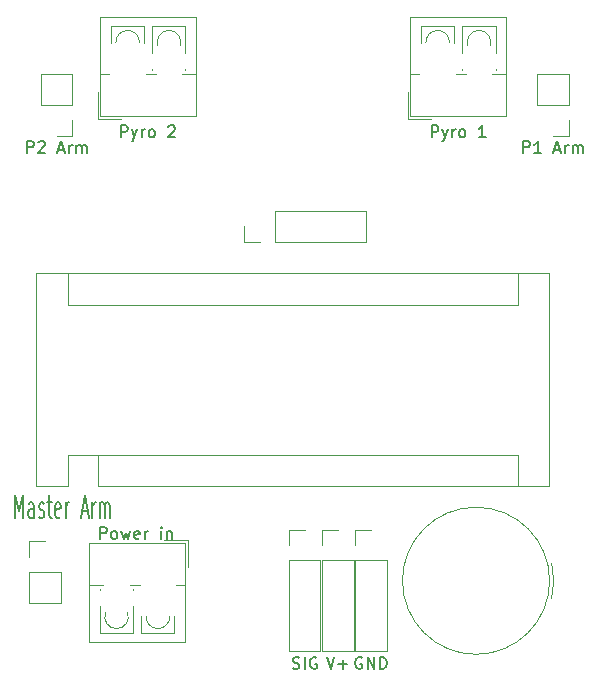
<source format=gbr>
%TF.GenerationSoftware,KiCad,Pcbnew,(6.0.1)*%
%TF.CreationDate,2022-02-19T19:16:45+01:00*%
%TF.ProjectId,NANOFC,4e414e4f-4643-42e6-9b69-6361645f7063,rev?*%
%TF.SameCoordinates,Original*%
%TF.FileFunction,Legend,Top*%
%TF.FilePolarity,Positive*%
%FSLAX46Y46*%
G04 Gerber Fmt 4.6, Leading zero omitted, Abs format (unit mm)*
G04 Created by KiCad (PCBNEW (6.0.1)) date 2022-02-19 19:16:45*
%MOMM*%
%LPD*%
G01*
G04 APERTURE LIST*
%ADD10C,0.150000*%
%ADD11C,0.200000*%
%ADD12C,0.120000*%
G04 APERTURE END LIST*
D10*
%TO.C,Pyro 2*%
X159438095Y-73452380D02*
X159438095Y-72452380D01*
X159819047Y-72452380D01*
X159914285Y-72500000D01*
X159961904Y-72547619D01*
X160009523Y-72642857D01*
X160009523Y-72785714D01*
X159961904Y-72880952D01*
X159914285Y-72928571D01*
X159819047Y-72976190D01*
X159438095Y-72976190D01*
X160342857Y-72785714D02*
X160580952Y-73452380D01*
X160819047Y-72785714D02*
X160580952Y-73452380D01*
X160485714Y-73690476D01*
X160438095Y-73738095D01*
X160342857Y-73785714D01*
X161200000Y-73452380D02*
X161200000Y-72785714D01*
X161200000Y-72976190D02*
X161247619Y-72880952D01*
X161295238Y-72833333D01*
X161390476Y-72785714D01*
X161485714Y-72785714D01*
X161961904Y-73452380D02*
X161866666Y-73404761D01*
X161819047Y-73357142D01*
X161771428Y-73261904D01*
X161771428Y-72976190D01*
X161819047Y-72880952D01*
X161866666Y-72833333D01*
X161961904Y-72785714D01*
X162104761Y-72785714D01*
X162200000Y-72833333D01*
X162247619Y-72880952D01*
X162295238Y-72976190D01*
X162295238Y-73261904D01*
X162247619Y-73357142D01*
X162200000Y-73404761D01*
X162104761Y-73452380D01*
X161961904Y-73452380D01*
X163438095Y-72547619D02*
X163485714Y-72500000D01*
X163580952Y-72452380D01*
X163819047Y-72452380D01*
X163914285Y-72500000D01*
X163961904Y-72547619D01*
X164009523Y-72642857D01*
X164009523Y-72738095D01*
X163961904Y-72880952D01*
X163390476Y-73452380D01*
X164009523Y-73452380D01*
D11*
%TO.C,Master Arm*%
X150500000Y-105704761D02*
X150500000Y-103704761D01*
X150833333Y-105133333D01*
X151166666Y-103704761D01*
X151166666Y-105704761D01*
X152071428Y-105704761D02*
X152071428Y-104657142D01*
X152023809Y-104466666D01*
X151928571Y-104371428D01*
X151738095Y-104371428D01*
X151642857Y-104466666D01*
X152071428Y-105609523D02*
X151976190Y-105704761D01*
X151738095Y-105704761D01*
X151642857Y-105609523D01*
X151595238Y-105419047D01*
X151595238Y-105228571D01*
X151642857Y-105038095D01*
X151738095Y-104942857D01*
X151976190Y-104942857D01*
X152071428Y-104847619D01*
X152500000Y-105609523D02*
X152595238Y-105704761D01*
X152785714Y-105704761D01*
X152880952Y-105609523D01*
X152928571Y-105419047D01*
X152928571Y-105323809D01*
X152880952Y-105133333D01*
X152785714Y-105038095D01*
X152642857Y-105038095D01*
X152547619Y-104942857D01*
X152500000Y-104752380D01*
X152500000Y-104657142D01*
X152547619Y-104466666D01*
X152642857Y-104371428D01*
X152785714Y-104371428D01*
X152880952Y-104466666D01*
X153214285Y-104371428D02*
X153595238Y-104371428D01*
X153357142Y-103704761D02*
X153357142Y-105419047D01*
X153404761Y-105609523D01*
X153500000Y-105704761D01*
X153595238Y-105704761D01*
X154309523Y-105609523D02*
X154214285Y-105704761D01*
X154023809Y-105704761D01*
X153928571Y-105609523D01*
X153880952Y-105419047D01*
X153880952Y-104657142D01*
X153928571Y-104466666D01*
X154023809Y-104371428D01*
X154214285Y-104371428D01*
X154309523Y-104466666D01*
X154357142Y-104657142D01*
X154357142Y-104847619D01*
X153880952Y-105038095D01*
X154785714Y-105704761D02*
X154785714Y-104371428D01*
X154785714Y-104752380D02*
X154833333Y-104561904D01*
X154880952Y-104466666D01*
X154976190Y-104371428D01*
X155071428Y-104371428D01*
X156119047Y-105133333D02*
X156595238Y-105133333D01*
X156023809Y-105704761D02*
X156357142Y-103704761D01*
X156690476Y-105704761D01*
X157023809Y-105704761D02*
X157023809Y-104371428D01*
X157023809Y-104752380D02*
X157071428Y-104561904D01*
X157119047Y-104466666D01*
X157214285Y-104371428D01*
X157309523Y-104371428D01*
X157642857Y-105704761D02*
X157642857Y-104371428D01*
X157642857Y-104561904D02*
X157690476Y-104466666D01*
X157785714Y-104371428D01*
X157928571Y-104371428D01*
X158023809Y-104466666D01*
X158071428Y-104657142D01*
X158071428Y-105704761D01*
X158071428Y-104657142D02*
X158119047Y-104466666D01*
X158214285Y-104371428D01*
X158357142Y-104371428D01*
X158452380Y-104466666D01*
X158500000Y-104657142D01*
X158500000Y-105704761D01*
D10*
%TO.C,GND*%
X179838095Y-117500000D02*
X179742857Y-117452380D01*
X179600000Y-117452380D01*
X179457142Y-117500000D01*
X179361904Y-117595238D01*
X179314285Y-117690476D01*
X179266666Y-117880952D01*
X179266666Y-118023809D01*
X179314285Y-118214285D01*
X179361904Y-118309523D01*
X179457142Y-118404761D01*
X179600000Y-118452380D01*
X179695238Y-118452380D01*
X179838095Y-118404761D01*
X179885714Y-118357142D01*
X179885714Y-118023809D01*
X179695238Y-118023809D01*
X180314285Y-118452380D02*
X180314285Y-117452380D01*
X180885714Y-118452380D01*
X180885714Y-117452380D01*
X181361904Y-118452380D02*
X181361904Y-117452380D01*
X181600000Y-117452380D01*
X181742857Y-117500000D01*
X181838095Y-117595238D01*
X181885714Y-117690476D01*
X181933333Y-117880952D01*
X181933333Y-118023809D01*
X181885714Y-118214285D01*
X181838095Y-118309523D01*
X181742857Y-118404761D01*
X181600000Y-118452380D01*
X181361904Y-118452380D01*
%TO.C,P1 Arm*%
X193476190Y-74782380D02*
X193476190Y-73782380D01*
X193857142Y-73782380D01*
X193952380Y-73830000D01*
X194000000Y-73877619D01*
X194047619Y-73972857D01*
X194047619Y-74115714D01*
X194000000Y-74210952D01*
X193952380Y-74258571D01*
X193857142Y-74306190D01*
X193476190Y-74306190D01*
X195000000Y-74782380D02*
X194428571Y-74782380D01*
X194714285Y-74782380D02*
X194714285Y-73782380D01*
X194619047Y-73925238D01*
X194523809Y-74020476D01*
X194428571Y-74068095D01*
X196142857Y-74496666D02*
X196619047Y-74496666D01*
X196047619Y-74782380D02*
X196380952Y-73782380D01*
X196714285Y-74782380D01*
X197047619Y-74782380D02*
X197047619Y-74115714D01*
X197047619Y-74306190D02*
X197095238Y-74210952D01*
X197142857Y-74163333D01*
X197238095Y-74115714D01*
X197333333Y-74115714D01*
X197666666Y-74782380D02*
X197666666Y-74115714D01*
X197666666Y-74210952D02*
X197714285Y-74163333D01*
X197809523Y-74115714D01*
X197952380Y-74115714D01*
X198047619Y-74163333D01*
X198095238Y-74258571D01*
X198095238Y-74782380D01*
X198095238Y-74258571D02*
X198142857Y-74163333D01*
X198238095Y-74115714D01*
X198380952Y-74115714D01*
X198476190Y-74163333D01*
X198523809Y-74258571D01*
X198523809Y-74782380D01*
%TO.C,V+*%
X176847619Y-117452380D02*
X177180952Y-118452380D01*
X177514285Y-117452380D01*
X177847619Y-118071428D02*
X178609523Y-118071428D01*
X178228571Y-118452380D02*
X178228571Y-117690476D01*
%TO.C,Pyro 1*%
X185738095Y-73452380D02*
X185738095Y-72452380D01*
X186119047Y-72452380D01*
X186214285Y-72500000D01*
X186261904Y-72547619D01*
X186309523Y-72642857D01*
X186309523Y-72785714D01*
X186261904Y-72880952D01*
X186214285Y-72928571D01*
X186119047Y-72976190D01*
X185738095Y-72976190D01*
X186642857Y-72785714D02*
X186880952Y-73452380D01*
X187119047Y-72785714D02*
X186880952Y-73452380D01*
X186785714Y-73690476D01*
X186738095Y-73738095D01*
X186642857Y-73785714D01*
X187500000Y-73452380D02*
X187500000Y-72785714D01*
X187500000Y-72976190D02*
X187547619Y-72880952D01*
X187595238Y-72833333D01*
X187690476Y-72785714D01*
X187785714Y-72785714D01*
X188261904Y-73452380D02*
X188166666Y-73404761D01*
X188119047Y-73357142D01*
X188071428Y-73261904D01*
X188071428Y-72976190D01*
X188119047Y-72880952D01*
X188166666Y-72833333D01*
X188261904Y-72785714D01*
X188404761Y-72785714D01*
X188500000Y-72833333D01*
X188547619Y-72880952D01*
X188595238Y-72976190D01*
X188595238Y-73261904D01*
X188547619Y-73357142D01*
X188500000Y-73404761D01*
X188404761Y-73452380D01*
X188261904Y-73452380D01*
X190309523Y-73452380D02*
X189738095Y-73452380D01*
X190023809Y-73452380D02*
X190023809Y-72452380D01*
X189928571Y-72595238D01*
X189833333Y-72690476D01*
X189738095Y-72738095D01*
%TO.C,Power in*%
X157652380Y-107452380D02*
X157652380Y-106452380D01*
X158033333Y-106452380D01*
X158128571Y-106500000D01*
X158176190Y-106547619D01*
X158223809Y-106642857D01*
X158223809Y-106785714D01*
X158176190Y-106880952D01*
X158128571Y-106928571D01*
X158033333Y-106976190D01*
X157652380Y-106976190D01*
X158795238Y-107452380D02*
X158700000Y-107404761D01*
X158652380Y-107357142D01*
X158604761Y-107261904D01*
X158604761Y-106976190D01*
X158652380Y-106880952D01*
X158700000Y-106833333D01*
X158795238Y-106785714D01*
X158938095Y-106785714D01*
X159033333Y-106833333D01*
X159080952Y-106880952D01*
X159128571Y-106976190D01*
X159128571Y-107261904D01*
X159080952Y-107357142D01*
X159033333Y-107404761D01*
X158938095Y-107452380D01*
X158795238Y-107452380D01*
X159461904Y-106785714D02*
X159652380Y-107452380D01*
X159842857Y-106976190D01*
X160033333Y-107452380D01*
X160223809Y-106785714D01*
X160985714Y-107404761D02*
X160890476Y-107452380D01*
X160700000Y-107452380D01*
X160604761Y-107404761D01*
X160557142Y-107309523D01*
X160557142Y-106928571D01*
X160604761Y-106833333D01*
X160700000Y-106785714D01*
X160890476Y-106785714D01*
X160985714Y-106833333D01*
X161033333Y-106928571D01*
X161033333Y-107023809D01*
X160557142Y-107119047D01*
X161461904Y-107452380D02*
X161461904Y-106785714D01*
X161461904Y-106976190D02*
X161509523Y-106880952D01*
X161557142Y-106833333D01*
X161652380Y-106785714D01*
X161747619Y-106785714D01*
X162842857Y-107452380D02*
X162842857Y-106785714D01*
X162842857Y-106452380D02*
X162795238Y-106500000D01*
X162842857Y-106547619D01*
X162890476Y-106500000D01*
X162842857Y-106452380D01*
X162842857Y-106547619D01*
X163319047Y-106785714D02*
X163319047Y-107452380D01*
X163319047Y-106880952D02*
X163366666Y-106833333D01*
X163461904Y-106785714D01*
X163604761Y-106785714D01*
X163700000Y-106833333D01*
X163747619Y-106928571D01*
X163747619Y-107452380D01*
%TO.C,P2 Arm*%
X151476190Y-74782380D02*
X151476190Y-73782380D01*
X151857142Y-73782380D01*
X151952380Y-73830000D01*
X152000000Y-73877619D01*
X152047619Y-73972857D01*
X152047619Y-74115714D01*
X152000000Y-74210952D01*
X151952380Y-74258571D01*
X151857142Y-74306190D01*
X151476190Y-74306190D01*
X152428571Y-73877619D02*
X152476190Y-73830000D01*
X152571428Y-73782380D01*
X152809523Y-73782380D01*
X152904761Y-73830000D01*
X152952380Y-73877619D01*
X153000000Y-73972857D01*
X153000000Y-74068095D01*
X152952380Y-74210952D01*
X152380952Y-74782380D01*
X153000000Y-74782380D01*
X154142857Y-74496666D02*
X154619047Y-74496666D01*
X154047619Y-74782380D02*
X154380952Y-73782380D01*
X154714285Y-74782380D01*
X155047619Y-74782380D02*
X155047619Y-74115714D01*
X155047619Y-74306190D02*
X155095238Y-74210952D01*
X155142857Y-74163333D01*
X155238095Y-74115714D01*
X155333333Y-74115714D01*
X155666666Y-74782380D02*
X155666666Y-74115714D01*
X155666666Y-74210952D02*
X155714285Y-74163333D01*
X155809523Y-74115714D01*
X155952380Y-74115714D01*
X156047619Y-74163333D01*
X156095238Y-74258571D01*
X156095238Y-74782380D01*
X156095238Y-74258571D02*
X156142857Y-74163333D01*
X156238095Y-74115714D01*
X156380952Y-74115714D01*
X156476190Y-74163333D01*
X156523809Y-74258571D01*
X156523809Y-74782380D01*
%TO.C,SIG*%
X173976190Y-118404761D02*
X174119047Y-118452380D01*
X174357142Y-118452380D01*
X174452380Y-118404761D01*
X174500000Y-118357142D01*
X174547619Y-118261904D01*
X174547619Y-118166666D01*
X174500000Y-118071428D01*
X174452380Y-118023809D01*
X174357142Y-117976190D01*
X174166666Y-117928571D01*
X174071428Y-117880952D01*
X174023809Y-117833333D01*
X173976190Y-117738095D01*
X173976190Y-117642857D01*
X174023809Y-117547619D01*
X174071428Y-117500000D01*
X174166666Y-117452380D01*
X174404761Y-117452380D01*
X174547619Y-117500000D01*
X174976190Y-118452380D02*
X174976190Y-117452380D01*
X175976190Y-117500000D02*
X175880952Y-117452380D01*
X175738095Y-117452380D01*
X175595238Y-117500000D01*
X175500000Y-117595238D01*
X175452380Y-117690476D01*
X175404761Y-117880952D01*
X175404761Y-118023809D01*
X175452380Y-118214285D01*
X175500000Y-118309523D01*
X175595238Y-118404761D01*
X175738095Y-118452380D01*
X175833333Y-118452380D01*
X175976190Y-118404761D01*
X176023809Y-118357142D01*
X176023809Y-118023809D01*
X175833333Y-118023809D01*
D12*
%TO.C,Pyro 2*%
X158600000Y-64000000D02*
X161400000Y-64000000D01*
X165810000Y-63240000D02*
X165810000Y-71660000D01*
X164900000Y-64000000D02*
X164900000Y-66311000D01*
X158600000Y-64000000D02*
X158600000Y-65460000D01*
X157690000Y-68101000D02*
X158460000Y-68101000D01*
X161540000Y-68101000D02*
X162367000Y-68101000D01*
X164900000Y-67689000D02*
X164900000Y-67750000D01*
X157450000Y-69660000D02*
X157450000Y-71900000D01*
X164900000Y-67750000D02*
X164900000Y-67750000D01*
X157690000Y-63240000D02*
X157690000Y-71660000D01*
X164634000Y-68101000D02*
X165810000Y-68101000D01*
X162100000Y-67750000D02*
X162101000Y-67750000D01*
X157450000Y-71900000D02*
X159450000Y-71900000D01*
X162100000Y-67689000D02*
X162100000Y-67750000D01*
X161400000Y-64000000D02*
X161400000Y-65460000D01*
X162100000Y-64000000D02*
X164900000Y-64000000D01*
X157690000Y-71660000D02*
X165810000Y-71660000D01*
X162100000Y-64000000D02*
X162100000Y-66311000D01*
X157690000Y-63240000D02*
X165810000Y-63240000D01*
X164440000Y-65742000D02*
G75*
G03*
X162560085Y-65742233I-940000J342000D01*
G01*
X160998000Y-65469000D02*
G75*
G03*
X159002110Y-65470566I-998000J69000D01*
G01*
%TO.C,Master Arm*%
X151670000Y-112870000D02*
X154330000Y-112870000D01*
X154330000Y-110270000D02*
X154330000Y-112870000D01*
X151670000Y-110270000D02*
X151670000Y-112870000D01*
X151670000Y-110270000D02*
X154330000Y-110270000D01*
X151670000Y-109000000D02*
X151670000Y-107670000D01*
X151670000Y-107670000D02*
X153000000Y-107670000D01*
%TO.C,BZ1*%
X195900000Y-112500000D02*
G75*
G03*
X195900000Y-109500001I-6400010J1499999D01*
G01*
X195730000Y-111000000D02*
G75*
G03*
X195730000Y-111000000I-6230000J0D01*
G01*
%TO.C,J3*%
X171200000Y-82330000D02*
X169870000Y-82330000D01*
X172470000Y-82330000D02*
X180150000Y-82330000D01*
X172470000Y-79670000D02*
X180150000Y-79670000D01*
X180150000Y-82330000D02*
X180150000Y-79670000D01*
X169870000Y-82330000D02*
X169870000Y-81000000D01*
X172470000Y-82330000D02*
X172470000Y-79670000D01*
%TO.C,GND*%
X181930000Y-109270000D02*
X181930000Y-116950000D01*
X179270000Y-109270000D02*
X181930000Y-109270000D01*
X179270000Y-106670000D02*
X180600000Y-106670000D01*
X179270000Y-108000000D02*
X179270000Y-106670000D01*
X179270000Y-116950000D02*
X181930000Y-116950000D01*
X179270000Y-109270000D02*
X179270000Y-116950000D01*
%TO.C,A1*%
X193040000Y-100320000D02*
X193040000Y-102990000D01*
X154940000Y-87620000D02*
X154940000Y-84950000D01*
X195710000Y-84950000D02*
X152270000Y-84950000D01*
X152270000Y-102990000D02*
X154940000Y-102990000D01*
X157480000Y-102990000D02*
X195710000Y-102990000D01*
X157480000Y-100320000D02*
X157480000Y-102990000D01*
X154940000Y-87620000D02*
X193040000Y-87620000D01*
X193040000Y-87620000D02*
X193040000Y-84950000D01*
X157480000Y-100320000D02*
X193040000Y-100320000D01*
X152270000Y-84950000D02*
X152270000Y-102990000D01*
X154940000Y-100320000D02*
X154940000Y-102990000D01*
X157480000Y-100320000D02*
X154940000Y-100320000D01*
X195710000Y-102990000D02*
X195710000Y-84950000D01*
%TO.C,P1 Arm*%
X197330000Y-72000000D02*
X197330000Y-73330000D01*
X197330000Y-68130000D02*
X194670000Y-68130000D01*
X194670000Y-70730000D02*
X194670000Y-68130000D01*
X197330000Y-73330000D02*
X196000000Y-73330000D01*
X197330000Y-70730000D02*
X197330000Y-68130000D01*
X197330000Y-70730000D02*
X194670000Y-70730000D01*
%TO.C,V+*%
X176470000Y-106670000D02*
X177800000Y-106670000D01*
X176470000Y-108000000D02*
X176470000Y-106670000D01*
X176470000Y-109270000D02*
X179130000Y-109270000D01*
X176470000Y-109270000D02*
X176470000Y-116950000D01*
X176470000Y-116950000D02*
X179130000Y-116950000D01*
X179130000Y-109270000D02*
X179130000Y-116950000D01*
%TO.C,Pyro 1*%
X191150000Y-67750000D02*
X191150000Y-67750000D01*
X183940000Y-71660000D02*
X192060000Y-71660000D01*
X188350000Y-67689000D02*
X188350000Y-67750000D01*
X184850000Y-64000000D02*
X184850000Y-65460000D01*
X188350000Y-67750000D02*
X188351000Y-67750000D01*
X183940000Y-68101000D02*
X184710000Y-68101000D01*
X184850000Y-64000000D02*
X187650000Y-64000000D01*
X191150000Y-67689000D02*
X191150000Y-67750000D01*
X183700000Y-69660000D02*
X183700000Y-71900000D01*
X190884000Y-68101000D02*
X192060000Y-68101000D01*
X188350000Y-64000000D02*
X188350000Y-66311000D01*
X192060000Y-63240000D02*
X192060000Y-71660000D01*
X187650000Y-64000000D02*
X187650000Y-65460000D01*
X187790000Y-68101000D02*
X188617000Y-68101000D01*
X191150000Y-64000000D02*
X191150000Y-66311000D01*
X183940000Y-63240000D02*
X183940000Y-71660000D01*
X183940000Y-63240000D02*
X192060000Y-63240000D01*
X188350000Y-64000000D02*
X191150000Y-64000000D01*
X183700000Y-71900000D02*
X185700000Y-71900000D01*
X190690000Y-65742000D02*
G75*
G03*
X188810085Y-65742233I-940000J342000D01*
G01*
X187248000Y-65469000D02*
G75*
G03*
X185252110Y-65470566I-998000J69000D01*
G01*
%TO.C,Power in*%
X157660000Y-115455000D02*
X157660000Y-113144000D01*
X157926000Y-111354000D02*
X156750000Y-111354000D01*
X164870000Y-116215000D02*
X164870000Y-107795000D01*
X160460000Y-111705000D02*
X160459000Y-111705000D01*
X164870000Y-116215000D02*
X156750000Y-116215000D01*
X160460000Y-115455000D02*
X160460000Y-113144000D01*
X160460000Y-111766000D02*
X160460000Y-111705000D01*
X161160000Y-115455000D02*
X161160000Y-113995000D01*
X157660000Y-111705000D02*
X157660000Y-111705000D01*
X165110000Y-109795000D02*
X165110000Y-107555000D01*
X164870000Y-111354000D02*
X164100000Y-111354000D01*
X165110000Y-107555000D02*
X163110000Y-107555000D01*
X157660000Y-111766000D02*
X157660000Y-111705000D01*
X160460000Y-115455000D02*
X157660000Y-115455000D01*
X164870000Y-107795000D02*
X156750000Y-107795000D01*
X163960000Y-115455000D02*
X161160000Y-115455000D01*
X156750000Y-116215000D02*
X156750000Y-107795000D01*
X163960000Y-115455000D02*
X163960000Y-113995000D01*
X161020000Y-111354000D02*
X160193000Y-111354000D01*
X158120000Y-113713000D02*
G75*
G03*
X159999915Y-113712767I940000J-342000D01*
G01*
X161562000Y-113986000D02*
G75*
G03*
X163557890Y-113984434I998000J-69000D01*
G01*
%TO.C,P2 Arm*%
X155330000Y-68130000D02*
X152670000Y-68130000D01*
X155330000Y-70730000D02*
X152670000Y-70730000D01*
X155330000Y-70730000D02*
X155330000Y-68130000D01*
X152670000Y-70730000D02*
X152670000Y-68130000D01*
X155330000Y-72000000D02*
X155330000Y-73330000D01*
X155330000Y-73330000D02*
X154000000Y-73330000D01*
%TO.C,SIG*%
X176330000Y-109270000D02*
X176330000Y-116950000D01*
X173670000Y-109270000D02*
X173670000Y-116950000D01*
X173670000Y-116950000D02*
X176330000Y-116950000D01*
X173670000Y-109270000D02*
X176330000Y-109270000D01*
X173670000Y-108000000D02*
X173670000Y-106670000D01*
X173670000Y-106670000D02*
X175000000Y-106670000D01*
%TD*%
M02*

</source>
